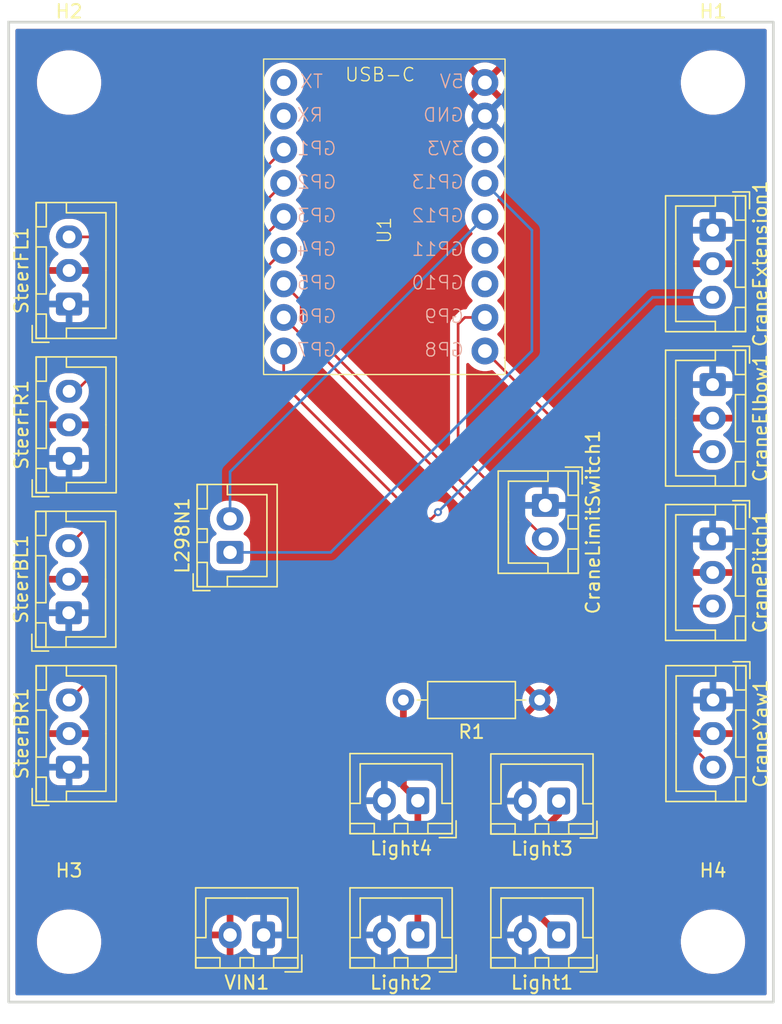
<source format=kicad_pcb>
(kicad_pcb (version 20241229) (generator "pcbnew") (generator_version "9.0")
  (layers (0 "F.Cu" signal) (2 "B.Cu" signal) (13 "F.Paste" user) (15 "B.Paste" user) (5 "F.SilkS" user "F.Silkscreen") (7 "B.SilkS" user "B.Silkscreen") (1 "F.Mask" user) (3 "B.Mask" user) (25 "Edge.Cuts" user))
  (net 0 "")
  (net 1 "+5V")
  (net 2 "GND")
  (net 3 "Signal_Steer_Servo_Front_Left")
  (net 4 "Signal_Steer_Servo_Front_Right")
  (net 5 "Signal_Steer_Servo_Back_Left")
  (net 6 "Signal_Steer_Servo_Back_Right")
  (net 7 "L298N_IN2")
  (net 8 "L298N_IN1")
  (net 9 "Crane_Servo_Elbow")
  (net 10 "Crane_Servo_Extension")
  (net 11 "Crane_Servo_Yaw")
  (net 12 "Crane_Servo_Pitch")
  (net 13 "Crane_Limit_Switch")
  (net 17 "Net-(Light1-Pin_1)")
  (footprint "Connector_JST:JST_XH_B2B-XH-A_1x02_P2.50mm_Vertical" (layer "F.Cu") (at 136.5 125 180)
    (property "Reference" "VIN1" (at 1.25 -3.55 0) (layer "F.SilkS"))
    (property "Value" "VIN")
    (fp_line (start 5.06 3.51) (end 5.06 -2.46) (stroke (width 0.12)) (layer "F.SilkS"))
    (fp_line (start 5.06 -2.46) (end -2.56 -2.46) (stroke (width 0.12)) (layer "F.SilkS"))
    (fp_line (start 5.05 -0.2) (end 4.3 -0.2) (stroke (width 0.12)) (layer "F.SilkS"))
    (fp_line (start 5.05 -1.7) (end 5.05 -2.45) (stroke (width 0.12)) (layer "F.SilkS"))
    (fp_line (start 5.05 -2.45) (end 3.25 -2.45) (stroke (width 0.12)) (layer "F.SilkS"))
    (fp_line (start 4.3 2.75) (end 1.25 2.75) (stroke (width 0.12)) (layer "F.SilkS"))
    (fp_line (start 4.3 -0.2) (end 4.3 2.75) (stroke (width 0.12)) (layer "F.SilkS"))
    (fp_line (start 3.25 -1.7) (end 5.05 -1.7) (stroke (width 0.12)) (layer "F.SilkS"))
    (fp_line (start 3.25 -2.45) (end 3.25 -1.7) (stroke (width 0.12)) (layer "F.SilkS"))
    (fp_line (start 1.75 -1.7) (end 1.75 -2.45) (stroke (width 0.12)) (layer "F.SilkS"))
    (fp_line (start 1.75 -2.45) (end 0.75 -2.45) (stroke (width 0.12)) (layer "F.SilkS"))
    (fp_line (start 0.75 -1.7) (end 1.75 -1.7) (stroke (width 0.12)) (layer "F.SilkS"))
    (fp_line (start 0.75 -2.45) (end 0.75 -1.7) (stroke (width 0.12)) (layer "F.SilkS"))
    (fp_line (start -0.75 -1.7) (end -0.75 -2.45) (stroke (width 0.12)) (layer "F.SilkS"))
    (fp_line (start -0.75 -2.45) (end -2.55 -2.45) (stroke (width 0.12)) (layer "F.SilkS"))
    (fp_line (start -1.6 -2.75) (end -2.85 -2.75) (stroke (width 0.12)) (layer "F.SilkS"))
    (fp_line (start -1.8 2.75) (end 1.25 2.75) (stroke (width 0.12)) (layer "F.SilkS"))
    (fp_line (start -1.8 -0.2) (end -1.8 2.75) (stroke (width 0.12)) (layer "F.SilkS"))
    (fp_line (start -2.55 -0.2) (end -1.8 -0.2) (stroke (width 0.12)) (layer "F.SilkS"))
    (fp_line (start -2.55 -1.7) (end -0.75 -1.7) (stroke (width 0.12)) (layer "F.SilkS"))
    (fp_line (start -2.55 -2.45) (end -2.55 -1.7) (stroke (width 0.12)) (layer "F.SilkS"))
    (fp_line (start -2.56 3.51) (end 5.06 3.51) (stroke (width 0.12)) (layer "F.SilkS"))
    (fp_line (start -2.56 -2.46) (end -2.56 3.51) (stroke (width 0.12)) (layer "F.SilkS"))
    (fp_line (start -2.85 -2.75) (end -2.85 -1.5) (stroke (width 0.12)) (layer "F.SilkS"))
    (pad "1" thru_hole roundrect (at 0 0 180) (size 1.7 2) (drill 1) (layers "*.Cu" "*.Mask") (roundrect_rratio 0.147059) (net 2 "GND"))
    (pad "2" thru_hole oval (at 2.5 0 180) (size 1.7 2) (drill 1) (layers "*.Cu" "*.Mask") (net 1 "+5V"))
  )
  (footprint "Connector_JST:JST_XH_B3B-XH-A_1x03_P2.50mm_Vertical" (layer "F.Cu") (at 122 78 90)
    (property "Reference" "SteerFL1" (at 2.5 -3.55 90) (layer "F.SilkS"))
    (property "Value" "Steer Servo Front Left")
    (fp_line (start -1.6 -2.75) (end -2.85 -2.75) (stroke (width 0.12)) (layer "F.SilkS"))
    (fp_line (start -2.85 -2.75) (end -2.85 -1.5) (stroke (width 0.12)) (layer "F.SilkS"))
    (fp_line (start 7.56 -2.46) (end -2.56 -2.46) (stroke (width 0.12)) (layer "F.SilkS"))
    (fp_line (start -2.56 -2.46) (end -2.56 3.51) (stroke (width 0.12)) (layer "F.SilkS"))
    (fp_line (start 7.55 -2.45) (end 5.75 -2.45) (stroke (width 0.12)) (layer "F.SilkS"))
    (fp_line (start 5.75 -2.45) (end 5.75 -1.7) (stroke (width 0.12)) (layer "F.SilkS"))
    (fp_line (start 4.25 -2.45) (end 0.75 -2.45) (stroke (width 0.12)) (layer "F.SilkS"))
    (fp_line (start 0.75 -2.45) (end 0.75 -1.7) (stroke (width 0.12)) (layer "F.SilkS"))
    (fp_line (start -0.75 -2.45) (end -2.55 -2.45) (stroke (width 0.12)) (layer "F.SilkS"))
    (fp_line (start -2.55 -2.45) (end -2.55 -1.7) (stroke (width 0.12)) (layer "F.SilkS"))
    (fp_line (start 7.55 -1.7) (end 7.55 -2.45) (stroke (width 0.12)) (layer "F.SilkS"))
    (fp_line (start 5.75 -1.7) (end 7.55 -1.7) (stroke (width 0.12)) (layer "F.SilkS"))
    (fp_line (start 4.25 -1.7) (end 4.25 -2.45) (stroke (width 0.12)) (layer "F.SilkS"))
    (fp_line (start 0.75 -1.7) (end 4.25 -1.7) (stroke (width 0.12)) (layer "F.SilkS"))
    (fp_line (start -0.75 -1.7) (end -0.75 -2.45) (stroke (width 0.12)) (layer "F.SilkS"))
    (fp_line (start -2.55 -1.7) (end -0.75 -1.7) (stroke (width 0.12)) (layer "F.SilkS"))
    (fp_line (start 7.55 -0.2) (end 6.8 -0.2) (stroke (width 0.12)) (layer "F.SilkS"))
    (fp_line (start 6.8 -0.2) (end 6.8 2.75) (stroke (width 0.12)) (layer "F.SilkS"))
    (fp_line (start -1.8 -0.2) (end -1.8 2.75) (stroke (width 0.12)) (layer "F.SilkS"))
    (fp_line (start -2.55 -0.2) (end -1.8 -0.2) (stroke (width 0.12)) (layer "F.SilkS"))
    (fp_line (start 6.8 2.75) (end 2.5 2.75) (stroke (width 0.12)) (layer "F.SilkS"))
    (fp_line (start -1.8 2.75) (end 2.5 2.75) (stroke (width 0.12)) (layer "F.SilkS"))
    (fp_line (start 7.56 3.51) (end 7.56 -2.46) (stroke (width 0.12)) (layer "F.SilkS"))
    (fp_line (start -2.56 3.51) (end 7.56 3.51) (stroke (width 0.12)) (layer "F.SilkS"))
    (pad "1" thru_hole roundrect (at 0 0 90) (size 1.7 1.95) (drill 0.95) (layers "*.Cu" "*.Mask") (roundrect_rratio 0.147059) (net 2 "GND"))
    (pad "2" thru_hole oval (at 2.5 0 90) (size 1.7 1.95) (drill 0.95) (layers "*.Cu" "*.Mask") (net 1 "+5V"))
    (pad "3" thru_hole oval (at 5 0 90) (size 1.7 1.95) (drill 0.95) (layers "*.Cu" "*.Mask") (net 3 "Signal_Steer_Servo_Front_Left"))
  )
  (footprint "Connector_JST:JST_XH_B2B-XH-A_1x02_P2.50mm_Vertical" (layer "F.Cu") (at 148 115 180)
    (property "Reference" "Light4" (at 1.25 -3.55 0) (layer "F.SilkS"))
    (property "Value" "Light_4")
    (fp_line (start 5.06 3.51) (end 5.06 -2.46) (stroke (width 0.12)) (layer "F.SilkS"))
    (fp_line (start 5.06 -2.46) (end -2.56 -2.46) (stroke (width 0.12)) (layer "F.SilkS"))
    (fp_line (start 5.05 -0.2) (end 4.3 -0.2) (stroke (width 0.12)) (layer "F.SilkS"))
    (fp_line (start 5.05 -1.7) (end 5.05 -2.45) (stroke (width 0.12)) (layer "F.SilkS"))
    (fp_line (start 5.05 -2.45) (end 3.25 -2.45) (stroke (width 0.12)) (layer "F.SilkS"))
    (fp_line (start 4.3 2.75) (end 1.25 2.75) (stroke (width 0.12)) (layer "F.SilkS"))
    (fp_line (start 4.3 -0.2) (end 4.3 2.75) (stroke (width 0.12)) (layer "F.SilkS"))
    (fp_line (start 3.25 -1.7) (end 5.05 -1.7) (stroke (width 0.12)) (layer "F.SilkS"))
    (fp_line (start 3.25 -2.45) (end 3.25 -1.7) (stroke (width 0.12)) (layer "F.SilkS"))
    (fp_line (start 1.75 -1.7) (end 1.75 -2.45) (stroke (width 0.12)) (layer "F.SilkS"))
    (fp_line (start 1.75 -2.45) (end 0.75 -2.45) (stroke (width 0.12)) (layer "F.SilkS"))
    (fp_line (start 0.75 -1.7) (end 1.75 -1.7) (stroke (width 0.12)) (layer "F.SilkS"))
    (fp_line (start 0.75 -2.45) (end 0.75 -1.7) (stroke (width 0.12)) (layer "F.SilkS"))
    (fp_line (start -0.75 -1.7) (end -0.75 -2.45) (stroke (width 0.12)) (layer "F.SilkS"))
    (fp_line (start -0.75 -2.45) (end -2.55 -2.45) (stroke (width 0.12)) (layer "F.SilkS"))
    (fp_line (start -1.6 -2.75) (end -2.85 -2.75) (stroke (width 0.12)) (layer "F.SilkS"))
    (fp_line (start -1.8 2.75) (end 1.25 2.75) (stroke (width 0.12)) (layer "F.SilkS"))
    (fp_line (start -1.8 -0.2) (end -1.8 2.75) (stroke (width 0.12)) (layer "F.SilkS"))
    (fp_line (start -2.55 -0.2) (end -1.8 -0.2) (stroke (width 0.12)) (layer "F.SilkS"))
    (fp_line (start -2.55 -1.7) (end -0.75 -1.7) (stroke (width 0.12)) (layer "F.SilkS"))
    (fp_line (start -2.55 -2.45) (end -2.55 -1.7) (stroke (width 0.12)) (layer "F.SilkS"))
    (fp_line (start -2.56 3.51) (end 5.06 3.51) (stroke (width 0.12)) (layer "F.SilkS"))
    (fp_line (start -2.56 -2.46) (end -2.56 3.51) (stroke (width 0.12)) (layer "F.SilkS"))
    (fp_line (start -2.85 -2.75) (end -2.85 -1.5) (stroke (width 0.12)) (layer "F.SilkS"))
    (pad "1" thru_hole roundrect (at 0 0 180) (size 1.7 2) (drill 1) (layers "*.Cu" "*.Mask") (roundrect_rratio 0.147059) (net 17 "Net-(Light1-Pin_1)"))
    (pad "2" thru_hole oval (at 2.5 0 180) (size 1.7 2) (drill 1) (layers "*.Cu" "*.Mask") (net 2 "GND"))
  )
  (footprint "MountingHole:MountingHole_4.3mm_M4" (layer "F.Cu") (at 122 61.5)
    (property "Reference" "H2" (at 0 -5.3 0) (layer "F.SilkS"))
    (property "Value" "MountingHole")
    (pad "" np_thru_hole circle (at 0 0) (size 4.3 4.3) (drill 4.3) (layers "*.Cu" "*.Mask"))
  )
  (footprint "1-5 scale boards:ESP32-S3-SUPERMINI" (layer "F.Cu") (at 145.5 71.5)
    (property "Reference" "U1" (at 0 1 90) (layer "F.SilkS") (effects (font (thickness 0.1))))
    (property "Value" "~")
    (fp_rect (start -9 -11.75) (end 9 11.75) (stroke (width 0.1)) (fill no) (layer "F.SilkS"))
    (fp_text user "USB-C" (at -3 -10 0) (layer "F.SilkS") (effects (font (thickness 0.1)) (justify left bottom)))
    (fp_text user "GP10" (at 6 5.5 0) (layer "B.SilkS") (effects (font (thickness 0.1)) (justify left bottom mirror)))
    (fp_text user "GP2" (at -3.5 -2 0) (layer "B.SilkS") (effects (font (thickness 0.1)) (justify left bottom mirror)))
    (fp_text user "GP1" (at -3.5 -4.5 0) (layer "B.SilkS") (effects (font (thickness 0.1)) (justify left bottom mirror)))
    (fp_text user "GP6" (at -3.5 8 0) (layer "B.SilkS") (effects (font (thickness 0.1)) (justify left bottom mirror)))
    (fp_text user "TX" (at -4.5 -9.5 0) (layer "B.SilkS") (effects (font (thickness 0.1)) (justify left bottom mirror)))
    (fp_text user "GP11" (at 6 3 0) (layer "B.SilkS") (effects (font (thickness 0.1)) (justify left bottom mirror)))
    (fp_text user "GP13" (at 6 -2 0) (layer "B.SilkS") (effects (font (thickness 0.1)) (justify left bottom mirror)))
    (fp_text user "GP5" (at -3.5 5.5 0) (layer "B.SilkS") (effects (font (thickness 0.1)) (justify left bottom mirror)))
    (fp_text user "GP7" (at -3.5 10.5 0) (layer "B.SilkS") (effects (font (thickness 0.1)) (justify left bottom mirror)))
    (fp_text user "5V" (at 6 -9.5 0) (layer "B.SilkS") (effects (font (thickness 0.1)) (justify left bottom mirror)))
    (fp_text user "GP8" (at 6 10.5 0) (layer "B.SilkS") (effects (font (thickness 0.1)) (justify left bottom mirror)))
    (fp_text user "GP3" (at -3.5 0.5 0) (layer "B.SilkS") (effects (font (thickness 0.1)) (justify left bottom mirror)))
    (fp_text user "GND" (at 6 -7 0) (layer "B.SilkS") (effects (font (thickness 0.1)) (justify left bottom mirror)))
    (fp_text user "GP9" (at 6 8 0) (layer "B.SilkS") (effects (font (thickness 0.1)) (justify left bottom mirror)))
    (fp_text user "GP12" (at 6 0.5 0) (layer "B.SilkS") (effects (font (thickness 0.1)) (justify left bottom mirror)))
    (fp_text user "GP4" (at -3.5 3 0) (layer "B.SilkS") (effects (font (thickness 0.1)) (justify left bottom mirror)))
    (fp_text user "3V3" (at 6 -4.5 0) (layer "B.SilkS") (effects (font (thickness 0.1)) (justify left bottom mirror)))
    (fp_text user "RX" (at -4.5 -7 0) (layer "B.SilkS") (effects (font (thickness 0.1)) (justify left bottom mirror)))
    (pad "1" thru_hole circle (at -7.5 -5) (size 2 2) (drill 1.02) (layers "*.Cu" "*.Mask") (net 3 "Signal_Steer_Servo_Front_Left"))
    (pad "2" thru_hole circle (at -7.5 -2.5) (size 2 2) (drill 1.02) (layers "*.Cu" "*.Mask") (net 4 "Signal_Steer_Servo_Front_Right"))
    (pad "3" thru_hole circle (at -7.5 0) (size 2 2) (drill 1.02) (layers "*.Cu" "*.Mask") (net 5 "Signal_Steer_Servo_Back_Left"))
    (pad "4" thru_hole circle (at -7.5 2.5) (size 2 2) (drill 1.02) (layers "*.Cu" "*.Mask") (net 6 "Signal_Steer_Servo_Back_Right"))
    (pad "5" thru_hole circle (at -7.5 5) (size 2 2) (drill 1.02) (layers "*.Cu" "*.Mask") (net 12 "Crane_Servo_Pitch"))
    (pad "6" thru_hole circle (at -7.5 7.5) (size 2 2) (drill 1.02) (layers "*.Cu" "*.Mask") (net 11 "Crane_Servo_Yaw"))
    (pad "7" thru_hole circle (at -7.5 10) (size 2 2) (drill 1.02) (layers "*.Cu" "*.Mask") (net 10 "Crane_Servo_Extension"))
    (pad "8" thru_hole circle (at 7.5 10) (size 2 2) (drill 1.02) (layers "*.Cu" "*.Mask") (net 9 "Crane_Servo_Elbow"))
    (pad "9" thru_hole circle (at 7.5 7.5) (size 2 2) (drill 1.02) (layers "*.Cu" "*.Mask") (net 13 "Crane_Limit_Switch"))
    (pad "10" thru_hole circle (at 7.5 5) (size 2 2) (drill 1.02) (layers "*.Cu" "*.Mask"))
    (pad "11" thru_hole circle (at 7.5 2.5) (size 2 2) (drill 1.02) (layers "*.Cu" "*.Mask"))
    (pad "12" thru_hole circle (at 7.5 0) (size 2 2) (drill 1.02) (layers "*.Cu" "*.Mask") (net 7 "L298N_IN2"))
    (pad "13" thru_hole circle (at 7.5 -2.5) (size 2 2) (drill 1.02) (layers "*.Cu" "*.Mask") (net 8 "L298N_IN1"))
    (pad "14" thru_hole circle (at 7.5 -5) (size 2 2) (drill 1.02) (layers "*.Cu" "*.Mask"))
    (pad "15" thru_hole circle (at 7.5 -7.5) (size 2 2) (drill 1.02) (layers "*.Cu" "*.Mask") (net 2 "GND"))
    (pad "16" thru_hole circle (at 7.5 -10) (size 2 2) (drill 1.02) (layers "*.Cu" "*.Mask") (net 1 "+5V"))
    (pad "17" thru_hole circle (at -7.5 -10) (size 2 2) (drill 1.02) (layers "*.Cu" "*.Mask"))
    (pad "18" thru_hole circle (at -7.5 -7.5) (size 2 2) (drill 1.02) (layers "*.Cu" "*.Mask"))
  )
  (footprint "Connector_JST:JST_XH_B2B-XH-A_1x02_P2.50mm_Vertical" (layer "F.Cu") (at 157.5 93 -90)
    (property "Reference" "CraneLimitSwitch1" (at 1.25 -3.55 90) (layer "F.SilkS"))
    (property "Value" "Crane Limit Switch")
    (fp_line (start -2.56 3.51) (end 5.06 3.51) (stroke (width 0.12)) (layer "F.SilkS"))
    (fp_line (start 5.06 3.51) (end 5.06 -2.46) (stroke (width 0.12)) (layer "F.SilkS"))
    (fp_line (start -1.8 2.75) (end 1.25 2.75) (stroke (width 0.12)) (layer "F.SilkS"))
    (fp_line (start 4.3 2.75) (end 1.25 2.75) (stroke (width 0.12)) (layer "F.SilkS"))
    (fp_line (start -2.55 -0.2) (end -1.8 -0.2) (stroke (width 0.12)) (layer "F.SilkS"))
    (fp_line (start -1.8 -0.2) (end -1.8 2.75) (stroke (width 0.12)) (layer "F.SilkS"))
    (fp_line (start 4.3 -0.2) (end 4.3 2.75) (stroke (width 0.12)) (layer "F.SilkS"))
    (fp_line (start 5.05 -0.2) (end 4.3 -0.2) (stroke (width 0.12)) (layer "F.SilkS"))
    (fp_line (start -2.55 -1.7) (end -0.75 -1.7) (stroke (width 0.12)) (layer "F.SilkS"))
    (fp_line (start -0.75 -1.7) (end -0.75 -2.45) (stroke (width 0.12)) (layer "F.SilkS"))
    (fp_line (start 0.75 -1.7) (end 1.75 -1.7) (stroke (width 0.12)) (layer "F.SilkS"))
    (fp_line (start 1.75 -1.7) (end 1.75 -2.45) (stroke (width 0.12)) (layer "F.SilkS"))
    (fp_line (start 3.25 -1.7) (end 5.05 -1.7) (stroke (width 0.12)) (layer "F.SilkS"))
    (fp_line (start 5.05 -1.7) (end 5.05 -2.45) (stroke (width 0.12)) (layer "F.SilkS"))
    (fp_line (start -2.55 -2.45) (end -2.55 -1.7) (stroke (width 0.12)) (layer "F.SilkS"))
    (fp_line (start -0.75 -2.45) (end -2.55 -2.45) (stroke (width 0.12)) (layer "F.SilkS"))
    (fp_line (start 0.75 -2.45) (end 0.75 -1.7) (stroke (width 0.12)) (layer "F.SilkS"))
    (fp_line (start 1.75 -2.45) (end 0.75 -2.45) (stroke (width 0.12)) (layer "F.SilkS"))
    (fp_line (start 3.25 -2.45) (end 3.25 -1.7) (stroke (width 0.12)) (layer "F.SilkS"))
    (fp_line (start 5.05 -2.45) (end 3.25 -2.45) (stroke (width 0.12)) (layer "F.SilkS"))
    (fp_line (start -2.56 -2.46) (end -2.56 3.51) (stroke (width 0.12)) (layer "F.SilkS"))
    (fp_line (start 5.06 -2.46) (end -2.56 -2.46) (stroke (width 0.12)) (layer "F.SilkS"))
    (fp_line (start -2.85 -2.75) (end -2.85 -1.5) (stroke (width 0.12)) (layer "F.SilkS"))
    (fp_line (start -1.6 -2.75) (end -2.85 -2.75) (stroke (width 0.12)) (layer "F.SilkS"))
    (pad "1" thru_hole roundrect (at 0 0 270) (size 1.7 2) (drill 1) (layers "*.Cu" "*.Mask") (roundrect_rratio 0.147059) (net 2 "GND"))
    (pad "2" thru_hole oval (at 2.5 0 270) (size 1.7 2) (drill 1) (layers "*.Cu" "*.Mask") (net 13 "Crane_Limit_Switch"))
  )
  (footprint "Connector_JST:JST_XH_B3B-XH-A_1x03_P2.50mm_Vertical" (layer "F.Cu") (at 169.975 95.5 -90)
    (property "Reference" "CranePitch1" (at 2.5 -3.55 90) (layer "F.SilkS"))
    (property "Value" "Crane Servo Pitch")
    (fp_line (start -2.56 3.51) (end 7.56 3.51) (stroke (width 0.12)) (layer "F.SilkS"))
    (fp_line (start 7.56 3.51) (end 7.56 -2.46) (stroke (width 0.12)) (layer "F.SilkS"))
    (fp_line (start -1.8 2.75) (end 2.5 2.75) (stroke (width 0.12)) (layer "F.SilkS"))
    (fp_line (start 6.8 2.75) (end 2.5 2.75) (stroke (width 0.12)) (layer "F.SilkS"))
    (fp_line (start -2.55 -0.2) (end -1.8 -0.2) (stroke (width 0.12)) (layer "F.SilkS"))
    (fp_line (start -1.8 -0.2) (end -1.8 2.75) (stroke (width 0.12)) (layer "F.SilkS"))
    (fp_line (start 6.8 -0.2) (end 6.8 2.75) (stroke (width 0.12)) (layer "F.SilkS"))
    (fp_line (start 7.55 -0.2) (end 6.8 -0.2) (stroke (width 0.12)) (layer "F.SilkS"))
    (fp_line (start -2.55 -1.7) (end -0.75 -1.7) (stroke (width 0.12)) (layer "F.SilkS"))
    (fp_line (start -0.75 -1.7) (end -0.75 -2.45) (stroke (width 0.12)) (layer "F.SilkS"))
    (fp_line (start 0.75 -1.7) (end 4.25 -1.7) (stroke (width 0.12)) (layer "F.SilkS"))
    (fp_line (start 4.25 -1.7) (end 4.25 -2.45) (stroke (width 0.12)) (layer "F.SilkS"))
    (fp_line (start 5.75 -1.7) (end 7.55 -1.7) (stroke (width 0.12)) (layer "F.SilkS"))
    (fp_line (start 7.55 -1.7) (end 7.55 -2.45) (stroke (width 0.12)) (layer "F.SilkS"))
    (fp_line (start -2.55 -2.45) (end -2.55 -1.7) (stroke (width 0.12)) (layer "F.SilkS"))
    (fp_line (start -0.75 -2.45) (end -2.55 -2.45) (stroke (width 0.12)) (layer "F.SilkS"))
    (fp_line (start 0.75 -2.45) (end 0.75 -1.7) (stroke (width 0.12)) (layer "F.SilkS"))
    (fp_line (start 4.25 -2.45) (end 0.75 -2.45) (stroke (width 0.12)) (layer "F.SilkS"))
    (fp_line (start 5.75 -2.45) (end 5.75 -1.7) (stroke (width 0.12)) (layer "F.SilkS"))
    (fp_line (start 7.55 -2.45) (end 5.75 -2.45) (stroke (width 0.12)) (layer "F.SilkS"))
    (fp_line (start -2.56 -2.46) (end -2.56 3.51) (stroke (width 0.12)) (layer "F.SilkS"))
    (fp_line (start 7.56 -2.46) (end -2.56 -2.46) (stroke (width 0.12)) (layer "F.SilkS"))
    (fp_line (start -2.85 -2.75) (end -2.85 -1.5) (stroke (width 0.12)) (layer "F.SilkS"))
    (fp_line (start -1.6 -2.75) (end -2.85 -2.75) (stroke (width 0.12)) (layer "F.SilkS"))
    (pad "1" thru_hole roundrect (at 0 0 270) (size 1.7 1.95) (drill 0.95) (layers "*.Cu" "*.Mask") (roundrect_rratio 0.147059) (net 2 "GND"))
    (pad "2" thru_hole oval (at 2.5 0 270) (size 1.7 1.95) (drill 0.95) (layers "*.Cu" "*.Mask") (net 1 "+5V"))
    (pad "3" thru_hole oval (at 5 0 270) (size 1.7 1.95) (drill 0.95) (layers "*.Cu" "*.Mask") (net 12 "Crane_Servo_Pitch"))
  )
  (footprint "Resistor_THT:R_Axial_DIN0207_L6.3mm_D2.5mm_P10.16mm_Horizontal" (layer "F.Cu") (at 157.08 107.5 180)
    (property "Reference" "R1" (at 5.08 -2.37 0) (layer "F.SilkS"))
    (property "Value" "R")
    (fp_line (start 9.12 0) (end 8.35 0) (stroke (width 0.12)) (layer "F.SilkS"))
    (fp_line (start 8.35 1.37) (end 8.35 -1.37) (stroke (width 0.12)) (layer "F.SilkS"))
    (fp_line (start 8.35 -1.37) (end 1.81 -1.37) (stroke (width 0.12)) (layer "F.SilkS"))
    (fp_line (start 1.81 1.37) (end 8.35 1.37) (stroke (width 0.12)) (layer "F.SilkS"))
    (fp_line (start 1.81 -1.37) (end 1.81 1.37) (stroke (width 0.12)) (layer "F.SilkS"))
    (fp_line (start 1.04 0) (end 1.81 0) (stroke (width 0.12)) (layer "F.SilkS"))
    (pad "1" thru_hole circle (at 0 0 180) (size 1.6 1.6) (drill 0.8) (layers "*.Cu" "*.Mask") (net 1 "+5V"))
    (pad "2" thru_hole oval (at 10.16 0 180) (size 1.6 1.6) (drill 0.8) (layers "*.Cu" "*.Mask") (net 17 "Net-(Light1-Pin_1)"))
  )
  (footprint "Connector_JST:JST_XH_B2B-XH-A_1x02_P2.50mm_Vertical" (layer "F.Cu") (at 148 125 180)
    (property "Reference" "Light2" (at 1.25 -3.55 0) (layer "F.SilkS"))
    (property "Value" "Light_2")
    (fp_line (start 5.06 3.51) (end 5.06 -2.46) (stroke (width 0.12)) (layer "F.SilkS"))
    (fp_line (start 5.06 -2.46) (end -2.56 -2.46) (stroke (width 0.12)) (layer "F.SilkS"))
    (fp_line (start 5.05 -0.2) (end 4.3 -0.2) (stroke (width 0.12)) (layer "F.SilkS"))
    (fp_line (start 5.05 -1.7) (end 5.05 -2.45) (stroke (width 0.12)) (layer "F.SilkS"))
    (fp_line (start 5.05 -2.45) (end 3.25 -2.45) (stroke (width 0.12)) (layer "F.SilkS"))
    (fp_line (start 4.3 2.75) (end 1.25 2.75) (stroke (width 0.12)) (layer "F.SilkS"))
    (fp_line (start 4.3 -0.2) (end 4.3 2.75) (stroke (width 0.12)) (layer "F.SilkS"))
    (fp_line (start 3.25 -1.7) (end 5.05 -1.7) (stroke (width 0.12)) (layer "F.SilkS"))
    (fp_line (start 3.25 -2.45) (end 3.25 -1.7) (stroke (width 0.12)) (layer "F.SilkS"))
    (fp_line (start 1.75 -1.7) (end 1.75 -2.45) (stroke (width 0.12)) (layer "F.SilkS"))
    (fp_line (start 1.75 -2.45) (end 0.75 -2.45) (stroke (width 0.12)) (layer "F.SilkS"))
    (fp_line (start 0.75 -1.7) (end 1.75 -1.7) (stroke (width 0.12)) (layer "F.SilkS"))
    (fp_line (start 0.75 -2.45) (end 0.75 -1.7) (stroke (width 0.12)) (layer "F.SilkS"))
    (fp_line (start -0.75 -1.7) (end -0.75 -2.45) (stroke (width 0.12)) (layer "F.SilkS"))
    (fp_line (start -0.75 -2.45) (end -2.55 -2.45) (stroke (width 0.12)) (layer "F.SilkS"))
    (fp_line (start -1.6 -2.75) (end -2.85 -2.75) (stroke (width 0.12)) (layer "F.SilkS"))
    (fp_line (start -1.8 2.75) (end 1.25 2.75) (stroke (width 0.12)) (layer "F.SilkS"))
    (fp_line (start -1.8 -0.2) (end -1.8 2.75) (stroke (width 0.12)) (layer "F.SilkS"))
    (fp_line (start -2.55 -0.2) (end -1.8 -0.2) (stroke (width 0.12)) (layer "F.SilkS"))
    (fp_line (start -2.55 -1.7) (end -0.75 -1.7) (stroke (width 0.12)) (layer "F.SilkS"))
    (fp_line (start -2.55 -2.45) (end -2.55 -1.7) (stroke (width 0.12)) (layer "F.SilkS"))
    (fp_line (start -2.56 3.51) (end 5.06 3.51) (stroke (width 0.12)) (layer "F.SilkS"))
    (fp_line (start -2.56 -2.46) (end -2.56 3.51) (stroke (width 0.12)) (layer "F.SilkS"))
    (fp_line (start -2.85 -2.75) (end -2.85 -1.5) (stroke (width 0.12)) (layer "F.SilkS"))
    (pad "1" thru_hole roundrect (at 0 0 180) (size 1.7 2) (drill 1) (layers "*.Cu" "*.Mask") (roundrect_rratio 0.147059) (net 17 "Net-(Light1-Pin_1)"))
    (pad "2" thru_hole oval (at 2.5 0 180) (size 1.7 2) (drill 1) (layers "*.Cu" "*.Mask") (net 2 "GND"))
  )
  (footprint "Connector_JST:JST_XH_B3B-XH-A_1x03_P2.50mm_Vertical" (layer "F.Cu") (at 122 89.5 90)
    (property "Reference" "SteerFR1" (at 2.5 -3.55 90) (layer "F.SilkS"))
    (property "Value" "Steer Servo Front Right")
    (fp_line (start -1.6 -2.75) (end -2.85 -2.75) (stroke (width 0.12)) (layer "F.SilkS"))
    (fp_line (start -2.85 -2.75) (end -2.85 -1.5) (stroke (width 0.12)) (layer "F.SilkS"))
    (fp_line (start 7.56 -2.46) (end -2.56 -2.46) (stroke (width 0.12)) (layer "F.SilkS"))
    (fp_line (start -2.56 -2.46) (end -2.56 3.51) (stroke (width 0.12)) (layer "F.SilkS"))
    (fp_line (start 7.55 -2.45) (end 5.75 -2.45) (stroke (width 0.12)) (layer "F.SilkS"))
    (fp_line (start 5.75 -2.45) (end 5.75 -1.7) (stroke (width 0.12)) (layer "F.SilkS"))
    (fp_line (start 4.25 -2.45) (end 0.75 -2.45) (stroke (width 0.12)) (layer "F.SilkS"))
    (fp_line (start 0.75 -2.45) (end 0.75 -1.7) (stroke (width 0.12)) (layer "F.SilkS"))
    (fp_line (start -0.75 -2.45) (end -2.55 -2.45) (stroke (width 0.12)) (layer "F.SilkS"))
    (fp_line (start -2.55 -2.45) (end -2.55 -1.7) (stroke (width 0.12)) (layer "F.SilkS"))
    (fp_line (start 7.55 -1.7) (end 7.55 -2.45) (stroke (width 0.12)) (layer "F.SilkS"))
    (fp_line (start 5.75 -1.7) (end 7.55 -1.7) (stroke (width 0.12)) (layer "F.SilkS"))
    (fp_line (start 4.25 -1.7) (end 4.25 -2.45) (stroke (width 0.12)) (layer "F.SilkS"))
    (fp_line (start 0.75 -1.7) (end 4.25 -1.7) (stroke (width 0.12)) (layer "F.SilkS"))
    (fp_line (start -0.75 -1.7) (end -0.75 -2.45) (stroke (width 0.12)) (layer "F.SilkS"))
    (fp_line (start -2.55 -1.7) (end -0.75 -1.7) (stroke (width 0.12)) (layer "F.SilkS"))
    (fp_line (start 7.55 -0.2) (end 6.8 -0.2) (stroke (width 0.12)) (layer "F.SilkS"))
    (fp_line (start 6.8 -0.2) (end 6.8 2.75) (stroke (width 0.12)) (layer "F.SilkS"))
    (fp_line (start -1.8 -0.2) (end -1.8 2.75) (stroke (width 0.12)) (layer "F.SilkS"))
    (fp_line (start -2.55 -0.2) (end -1.8 -0.2) (stroke (width 0.12)) (layer "F.SilkS"))
    (fp_line (start 6.8 2.75) (end 2.5 2.75) (stroke (width 0.12)) (layer "F.SilkS"))
    (fp_line (start -1.8 2.75) (end 2.5 2.75) (stroke (width 0.12)) (layer "F.SilkS"))
    (fp_line (start 7.56 3.51) (end 7.56 -2.46) (stroke (width 0.12)) (layer "F.SilkS"))
    (fp_line (start -2.56 3.51) (end 7.56 3.51) (stroke (width 0.12)) (layer "F.SilkS"))
    (pad "1" thru_hole roundrect (at 0 0 90) (size 1.7 1.95) (drill 0.95) (layers "*.Cu" "*.Mask") (roundrect_rratio 0.147059) (net 2 "GND"))
    (pad "2" thru_hole oval (at 2.5 0 90) (size 1.7 1.95) (drill 0.95) (layers "*.Cu" "*.Mask") (net 1 "+5V"))
    (pad "3" thru_hole oval (at 5 0 90) (size 1.7 1.95) (drill 0.95) (layers "*.Cu" "*.Mask") (net 4 "Signal_Steer_Servo_Front_Right"))
  )
  (footprint "MountingHole:MountingHole_4.3mm_M4" (layer "F.Cu") (at 170 125.5)
    (property "Reference" "H4" (at 0 -5.3 0) (layer "F.SilkS"))
    (property "Value" "MountingHole")
    (pad "" np_thru_hole circle (at 0 0) (size 4.3 4.3) (drill 4.3) (layers "*.Cu" "*.Mask"))
  )
  (footprint "Connector_JST:JST_XH_B3B-XH-A_1x03_P2.50mm_Vertical" (layer "F.Cu") (at 170 107.5 -90)
    (property "Reference" "CraneYaw1" (at 2.5 -3.55 90) (layer "F.SilkS"))
    (property "Value" "Crane Servo Yaw")
    (fp_line (start -2.56 3.51) (end 7.56 3.51) (stroke (width 0.12)) (layer "F.SilkS"))
    (fp_line (start 7.56 3.51) (end 7.56 -2.46) (stroke (width 0.12)) (layer "F.SilkS"))
    (fp_line (start -1.8 2.75) (end 2.5 2.75) (stroke (width 0.12)) (layer "F.SilkS"))
    (fp_line (start 6.8 2.75) (end 2.5 2.75) (stroke (width 0.12)) (layer "F.SilkS"))
    (fp_line (start -2.55 -0.2) (end -1.8 -0.2) (stroke (width 0.12)) (layer "F.SilkS"))
    (fp_line (start -1.8 -0.2) (end -1.8 2.75) (stroke (width 0.12)) (layer "F.SilkS"))
    (fp_line (start 6.8 -0.2) (end 6.8 2.75) (stroke (width 0.12)) (layer "F.SilkS"))
    (fp_line (start 7.55 -0.2) (end 6.8 -0.2) (stroke (width 0.12)) (layer "F.SilkS"))
    (fp_line (start -2.55 -1.7) (end -0.75 -1.7) (stroke (width 0.12)) (layer "F.SilkS"))
    (fp_line (start -0.75 -1.7) (end -0.75 -2.45) (stroke (width 0.12)) (layer "F.SilkS"))
    (fp_line (start 0.75 -1.7) (end 4.25 -1.7) (stroke (width 0.12)) (layer "F.SilkS"))
    (fp_line (start 4.25 -1.7) (end 4.25 -2.45) (stroke (width 0.12)) (layer "F.SilkS"))
    (fp_line (start 5.75 -1.7) (end 7.55 -1.7) (stroke (width 0.12)) (layer "F.SilkS"))
    (fp_line (start 7.55 -1.7) (end 7.55 -2.45) (stroke (width 0.12)) (layer "F.SilkS"))
    (fp_line (start -2.55 -2.45) (end -2.55 -1.7) (stroke (width 0.12)) (layer "F.SilkS"))
    (fp_line (start -0.75 -2.45) (end -2.55 -2.45) (stroke (width 0.12)) (layer "F.SilkS"))
    (fp_line (start 0.75 -2.45) (end 0.75 -1.7) (stroke (width 0.12)) (layer "F.SilkS"))
    (fp_line (start 4.25 -2.45) (end 0.75 -2.45) (stroke (width 0.12)) (layer "F.SilkS"))
    (fp_line (start 5.75 -2.45) (end 5.75 -1.7) (stroke (width 0.12)) (layer "F.SilkS"))
    (fp_line (start 7.55 -2.45) (end 5.75 -2.45) (stroke (width 0.12)) (layer "F.SilkS"))
    (fp_line (start -2.56 -2.46) (end -2.56 3.51) (stroke (width 0.12)) (layer "F.SilkS"))
    (fp_line (start 7.56 -2.46) (end -2.56 -2.46) (stroke (width 0.12)) (layer "F.SilkS"))
    (fp_line (start -2.85 -2.75) (end -2.85 -1.5) (stroke (width 0.12)) (layer "F.SilkS"))
    (fp_line (start -1.6 -2.75) (end -2.85 -2.75) (stroke (width 0.12)) (layer "F.SilkS"))
    (pad "1" thru_hole roundrect (at 0 0 270) (size 1.7 1.95) (drill 0.95) (layers "*.Cu" "*.Mask") (roundrect_rratio 0.147059) (net 2 "GND"))
    (pad "2" thru_hole oval (at 2.5 0 270) (size 1.7 1.95) (drill 0.95) (layers "*.Cu" "*.Mask") (net 1 "+5V"))
    (pad "3" thru_hole oval (at 5 0 270) (size 1.7 1.95) (drill 0.95) (layers "*.Cu" "*.Mask") (net 11 "Crane_Servo_Yaw"))
  )
  (footprint "MountingHole:MountingHole_4.3mm_M4" (layer "F.Cu") (at 170 61.5)
    (property "Reference" "H1" (at 0 -5.3 0) (layer "F.SilkS"))
    (property "Value" "MountingHole")
    (pad "" np_thru_hole circle (at 0 0) (size 4.3 4.3) (drill 4.3) (layers "*.Cu" "*.Mask"))
  )
  (footprint "MountingHole:MountingHole_4.3mm_M4" (layer "F.Cu") (at 122 125.5)
    (property "Reference" "H3" (at 0 -5.3 0) (layer "F.SilkS"))
    (property "Value" "MountingHole")
    (pad "" np_thru_hole circle (at 0 0) (size 4.3 4.3) (drill 4.3) (layers "*.Cu" "*.Mask"))
  )
  (footprint "Connector_JST:JST_XH_B3B-XH-A_1x03_P2.50mm_Vertical" (layer "F.Cu") (at 122 112.5 90)
    (property "Reference" "SteerBR1" (at 2.5 -3.55 90) (layer "F.SilkS"))
    (property "Value" "Steer Servo Back Right")
    (fp_line (start -1.6 -2.75) (end -2.85 -2.75) (stroke (width 0.12)) (layer "F.SilkS"))
    (fp_line (start -2.85 -2.75) (end -2.85 -1.5) (stroke (width 0.12)) (layer "F.SilkS"))
    (fp_line (start 7.56 -2.46) (end -2.56 -2.46) (stroke (width 0.12)) (layer "F.SilkS"))
    (fp_line (start -2.56 -2.46) (end -2.56 3.51) (stroke (width 0.12)) (layer "F.SilkS"))
    (fp_line (start 7.55 -2.45) (end 5.75 -2.45) (stroke (width 0.12)) (layer "F.SilkS"))
    (fp_line (start 5.75 -2.45) (end 5.75 -1.7) (stroke (width 0.12)) (layer "F.SilkS"))
    (fp_line (start 4.25 -2.45) (end 0.75 -2.45) (stroke (width 0.12)) (layer "F.SilkS"))
    (fp_line (start 0.75 -2.45) (end 0.75 -1.7) (stroke (width 0.12)) (layer "F.SilkS"))
    (fp_line (start -0.75 -2.45) (end -2.55 -2.45) (stroke (width 0.12)) (layer "F.SilkS"))
    (fp_line (start -2.55 -2.45) (end -2.55 -1.7) (stroke (width 0.12)) (layer "F.SilkS"))
    (fp_line (start 7.55 -1.7) (end 7.55 -2.45) (stroke (width 0.12)) (layer "F.SilkS"))
    (fp_line (start 5.75 -1.7) (end 7.55 -1.7) (stroke (width 0.12)) (layer "F.SilkS"))
    (fp_line (start 4.25 -1.7) (end 4.25 -2.45) (stroke (width 0.12)) (layer "F.SilkS"))
    (fp_line (start 0.75 -1.7) (end 4.25 -1.7) (stroke (width 0.12)) (layer "F.SilkS"))
    (fp_line (start -0.75 -1.7) (end -0.75 -2.45) (stroke (width 0.12)) (layer "F.SilkS"))
    (fp_line (start -2.55 -1.7) (end -0.75 -1.7) (stroke (width 0.12)) (layer "F.SilkS"))
    (fp_line (start 7.55 -0.2) (end 6.8 -0.2) (stroke (width 0.12)) (layer "F.SilkS"))
    (fp_line (start 6.8 -0.2) (end 6.8 2.75) (stroke (width 0.12)) (layer "F.SilkS"))
    (fp_line (start -1.8 -0.2) (end -1.8 2.75) (stroke (width 0.12)) (layer "F.SilkS"))
    (fp_line (start -2.55 -0.2) (end -1.8 -0.2) (stroke (width 0.12)) (layer "F.SilkS"))
    (fp_line (start 6.8 2.75) (end 2.5 2.75) (stroke (width 0.12)) (layer "F.SilkS"))
    (fp_line (start -1.8 2.75) (end 2.5 2.75) (stroke (width 0.12)) (layer "F.SilkS"))
    (fp_line (start 7.56 3.51) (end 7.56 -2.46) (stroke (width 0.12)) (layer "F.SilkS"))
    (fp_line (start -2.56 3.51) (end 7.56 3.51) (stroke (width 0.12)) (layer "F.SilkS"))
    (pad "1" thru_hole roundrect (at 0 0 90) (size 1.7 1.95) (drill 0.95) (layers "*.Cu" "*.Mask") (roundrect_rratio 0.147059) (net 2 "GND"))
    (pad "2" thru_hole oval (at 2.5 0 90) (size 1.7 1.95) (drill 0.95) (layers "*.Cu" "*.Mask") (net 1 "+5V"))
    (pad "3" thru_hole oval (at 5 0 90) (size 1.7 1.95) (drill 0.95) (layers "*.Cu" "*.Mask") (net 6 "Signal_Steer_Servo_Back_Right"))
  )
  (footprint "Connector_JST:JST_XH_B2B-XH-A_1x02_P2.50mm_Vertical" (layer "F.Cu") (at 134 96.5 90)
    (property "Reference" "L298N1" (at 1.25 -3.55 90) (layer "F.SilkS"))
    (property "Value" "Motor Driver (L298N)")
    (fp_line (start -1.6 -2.75) (end -2.85 -2.75) (stroke (width 0.12)) (layer "F.SilkS"))
    (fp_line (start -2.85 -2.75) (end -2.85 -1.5) (stroke (width 0.12)) (layer "F.SilkS"))
    (fp_line (start 5.06 -2.46) (end -2.56 -2.46) (stroke (width 0.12)) (layer "F.SilkS"))
    (fp_line (start -2.56 -2.46) (end -2.56 3.51) (stroke (width 0.12)) (layer "F.SilkS"))
    (fp_line (start 5.05 -2.45) (end 3.25 -2.45) (stroke (width 0.12)) (layer "F.SilkS"))
    (fp_line (start 3.25 -2.45) (end 3.25 -1.7) (stroke (width 0.12)) (layer "F.SilkS"))
    (fp_line (start 1.75 -2.45) (end 0.75 -2.45) (stroke (width 0.12)) (layer "F.SilkS"))
    (fp_line (start 0.75 -2.45) (end 0.75 -1.7) (stroke (width 0.12)) (layer "F.SilkS"))
    (fp_line (start -0.75 -2.45) (end -2.55 -2.45) (stroke (width 0.12)) (layer "F.SilkS"))
    (fp_line (start -2.55 -2.45) (end -2.55 -1.7) (stroke (width 0.12)) (layer "F.SilkS"))
    (fp_line (start 5.05 -1.7) (end 5.05 -2.45) (stroke (width 0.12)) (layer "F.SilkS"))
    (fp_line (start 3.25 -1.7) (end 5.05 -1.7) (stroke (width 0.12)) (layer "F.SilkS"))
    (fp_line (start 1.75 -1.7) (end 1.75 -2.45) (stroke (width 0.12)) (layer "F.SilkS"))
    (fp_line (start 0.75 -1.7) (end 1.75 -1.7) (stroke (width 0.12)) (layer "F.SilkS"))
    (fp_line (start -0.75 -1.7) (end -0.75 -2.45) (stroke (width 0.12)) (layer "F.SilkS"))
    (fp_line (start -2.55 -1.7) (end -0.75 -1.7) (stroke (width 0.12)) (layer "F.SilkS"))
    (fp_line (start 5.05 -0.2) (end 4.3 -0.2) (stroke (width 0.12)) (layer "F.SilkS"))
    (fp_line (start 4.3 -0.2) (end 4.3 2.75) (stroke (width 0.12)) (layer "F.SilkS"))
    (fp_line (start -1.8 -0.2) (end -1.8 2.75) (stroke (width 0.12)) (layer "F.SilkS"))
    (fp_line (start -2.55 -0.2) (end -1.8 -0.2) (stroke (width 0.12)) (layer "F.SilkS"))
    (fp_line (start 4.3 2.75) (end 1.25 2.75) (stroke (width 0.12)) (layer "F.SilkS"))
    (fp_line (start -1.8 2.75) (end 1.25 2.75) (stroke (width 0.12)) (layer "F.SilkS"))
    (fp_line (start 5.06 3.51) (end 5.06 -2.46) (stroke (width 0.12)) (layer "F.SilkS"))
    (fp_line (start -2.56 3.51) (end 5.06 3.51) (stroke (width 0.12)) (layer "F.SilkS"))
    (pad "1" thru_hole roundrect (at 0 0 90) (size 1.7 2) (drill 1) (layers "*.Cu" "*.Mask") (roundrect_rratio 0.147059) (net 8 "L298N_IN1"))
    (pad "2" thru_hole oval (at 2.5 0 90) (size 1.7 2) (drill 1) (layers "*.Cu" "*.Mask") (net 7 "L298N_IN2"))
  )
  (footprint "Connector_JST:JST_XH_B2B-XH-A_1x02_P2.50mm_Vertical" (layer "F.Cu") (at 158.5 115.025 180)
    (property "Reference" "Light3" (at 1.25 -3.55 0) (layer "F.SilkS"))
    (property "Value" "Light_3")
    (fp_line (start 5.06 3.51) (end 5.06 -2.46) (stroke (width 0.12)) (layer "F.SilkS"))
    (fp_line (start 5.06 -2.46) (end -2.56 -2.46) (stroke (width 0.12)) (layer "F.SilkS"))
    (fp_line (start 5.05 -0.2) (end 4.3 -0.2) (stroke (width 0.12)) (layer "F.SilkS"))
    (fp_line (start 5.05 -1.7) (end 5.05 -2.45) (stroke (width 0.12)) (layer "F.SilkS"))
    (fp_line (start 5.05 -2.45) (end 3.25 -2.45) (stroke (width 0.12)) (layer "F.SilkS"))
    (fp_line (start 4.3 2.75) (end 1.25 2.75) (stroke (width 0.12)) (layer "F.SilkS"))
    (fp_line (start 4.3 -0.2) (end 4.3 2.75) (stroke (width 0.12)) (layer "F.SilkS"))
    (fp_line (start 3.25 -1.7) (end 5.05 -1.7) (stroke (width 0.12)) (layer "F.SilkS"))
    (fp_line (start 3.25 -2.45) (end 3.25 -1.7) (stroke (width 0.12)) (layer "F.SilkS"))
    (fp_line (start 1.75 -1.7) (end 1.75 -2.45) (stroke (width 0.12)) (layer "F.SilkS"))
    (fp_line (start 1.75 -2.45) (end 0.75 -2.45) (stroke (width 0.12)) (layer "F.SilkS"))
    (fp_line (start 0.75 -1.7) (end 1.75 -1.7) (stroke (width 0.12)) (layer "F.SilkS"))
    (fp_line (start 0.75 -2.45) (end 0.75 -1.7) (stroke (width 0.12)) (layer "F.SilkS"))
    (fp_line (start -0.75 -1.7) (end -0.75 -2.45) (stroke (width 0.12)) (layer "F.SilkS"))
    (fp_line (start -0.75 -2.45) (end -2.55 -2.45) (stroke (width 0.12)) (layer "F.SilkS"))
    (fp_line (start -1.6 -2.75) (end -2.85 -2.75) (stroke (width 0.12)) (layer "F.SilkS"))
    (fp_line (start -1.8 2.75) (end 1.25 2.75) (stroke (width 0.12)) (layer "F.SilkS"))
    (fp_line (start -1.8 -0.2) (end -1.8 2.75) (stroke (width 0.12)) (layer "F.SilkS"))
    (fp_line (start -2.55 -0.2) (end -1.8 -0.2) (stroke (width 0.12)) (layer "F.SilkS"))
    (fp_line (start -2.55 -1.7) (end -0.75 -1.7) (stroke (width 0.12)) (layer "F.SilkS"))
    (fp_line (start -2.55 -2.45) (end -2.55 -1.7) (stroke (width 0.12)) (layer "F.SilkS"))
    (fp_line (start -2.56 3.51) (end 5.06 3.51) (stroke (width 0.12)) (layer "F.SilkS"))
    (fp_line (start -2.56 -2.46) (end -2.56 3.51) (stroke (width 0.12)) (layer "F.SilkS"))
    (fp_line (start -2.85 -2.75) (end -2.85 -1.5) (stroke (width 0.12)) (layer "F.SilkS"))
    (pad "1" thru_hole roundrect (at 0 0 180) (size 1.7 2) (drill 1) (layers "*.Cu" "*.Mask") (roundrect_rratio 0.147059) (net 17 "Net-(Light1-Pin_1)"))
    (pad "2" thru_hole oval (at 2.5 0 180) (size 1.7 2) (drill 1) (layers "*.Cu" "*.Mask") (net 2 "GND"))
  )
  (footprint "Connector_JST:JST_XH_B3B-XH-A_1x03_P2.50mm_Vertical" (layer "F.Cu") (at 121.975 101 90)
    (property "Reference" "SteerBL1" (at 2.5 -3.55 90) (layer "F.SilkS"))
    (property "Value" "Steer Servo Back Left")
    (fp_line (start -1.6 -2.75) (end -2.85 -2.75) (stroke (width 0.12)) (layer "F.SilkS"))
    (fp_line (start -2.85 -2.75) (end -2.85 -1.5) (stroke (width 0.12)) (layer "F.SilkS"))
    (fp_line (start 7.56 -2.46) (end -2.56 -2.46) (stroke (width 0.12)) (layer "F.SilkS"))
    (fp_line (start -2.56 -2.46) (end -2.56 3.51) (stroke (width 0.12)) (layer "F.SilkS"))
    (fp_line (start 7.55 -2.45) (end 5.75 -2.45) (stroke (width 0.12)) (layer "F.SilkS"))
    (fp_line (start 5.75 -2.45) (end 5.75 -1.7) (stroke (width 0.12)) (layer "F.SilkS"))
    (fp_line (start 4.25 -2.45) (end 0.75 -2.45) (stroke (width 0.12)) (layer "F.SilkS"))
    (fp_line (start 0.75 -2.45) (end 0.75 -1.7) (stroke (width 0.12)) (layer "F.SilkS"))
    (fp_line (start -0.75 -2.45) (end -2.55 -2.45) (stroke (width 0.12)) (layer "F.SilkS"))
    (fp_line (start -2.55 -2.45) (end -2.55 -1.7) (stroke (width 0.12)) (layer "F.SilkS"))
    (fp_line (start 7.55 -1.7) (end 7.55 -2.45) (stroke (width 0.12)) (layer "F.SilkS"))
    (fp_line (start 5.75 -1.7) (end 7.55 -1.7) (stroke (width 0.12)) (layer "F.SilkS"))
    (fp_line (start 4.25 -1.7) (end 4.25 -2.45) (stroke (width 0.12)) (layer "F.SilkS"))
    (fp_line (start 0.75 -1.7) (end 4.25 -1.7) (stroke (width 0.12)) (layer "F.SilkS"))
    (fp_line (start -0.75 -1.7) (end -0.75 -2.45) (stroke (width 0.12)) (layer "F.SilkS"))
    (fp_line (start -2.55 -1.7) (end -0.75 -1.7) (stroke (width 0.12)) (layer "F.SilkS"))
    (fp_line (start 7.55 -0.2) (end 6.8 -0.2) (stroke (width 0.12)) (layer "F.SilkS"))
    (fp_line (start 6.8 -0.2) (end 6.8 2.75) (stroke (width 0.12)) (layer "F.SilkS"))
    (fp_line (start -1.8 -0.2) (end -1.8 2.75) (stroke (width 0.12)) (layer "F.SilkS"))
    (fp_line (start -2.55 -0.2) (end -1.8 -0.2) (stroke (width 0.12)) (layer "F.SilkS"))
    (fp_line (start 6.8 2.75) (end 2.5 2.75) (stroke (width 0.12)) (layer "F.SilkS"))
    (fp_line (start -1.8 2.75) (end 2.5 2.75) (stroke (width 0.12)) (layer "F.SilkS"))
    (fp_line (start 7.56 3.51) (end 7.56 -2.46) (stroke (width 0.12)) (layer "F.SilkS"))
    (fp_line (start -2.56 3.51) (end 7.56 3.51) (stroke (width 0.12)) (layer "F.SilkS"))
    (pad "1" thru_hole roundrect (at 0 0 90) (size 1.7 1.95) (drill 0.95) (layers "*.Cu" "*.Mask") (roundrect_rratio 0.147059) (net 2 "GND"))
    (pad "2" thru_hole oval (at 2.5 0 90) (size 1.7 1.95) (drill 0.95) (layers "*.Cu" "*.Mask") (net 1 "+5V"))
    (pad "3" thru_hole oval (at 5 0 90) (size 1.7 1.95) (drill 0.95) (layers "*.Cu" "*.Mask") (net 5 "Signal_Steer_Servo_Back_Left"))
  )
  (footprint "Connector_JST:JST_XH_B2B-XH-A_1x02_P2.50mm_Vertical" (layer "F.Cu") (at 158.5 125 180)
    (property "Reference" "Light1" (at 1.25 -3.55 0) (layer "F.SilkS"))
    (property "Value" "Light_1")
    (fp_line (start 5.06 3.51) (end 5.06 -2.46) (stroke (width 0.12)) (layer "F.SilkS"))
    (fp_line (start 5.06 -2.46) (end -2.56 -2.46) (stroke (width 0.12)) (layer "F.SilkS"))
    (fp_line (start 5.05 -0.2) (end 4.3 -0.2) (stroke (width 0.12)) (layer "F.SilkS"))
    (fp_line (start 5.05 -1.7) (end 5.05 -2.45) (stroke (width 0.12)) (layer "F.SilkS"))
    (fp_line (start 5.05 -2.45) (end 3.25 -2.45) (stroke (width 0.12)) (layer "F.SilkS"))
    (fp_line (start 4.3 2.75) (end 1.25 2.75) (stroke (width 0.12)) (layer "F.SilkS"))
    (fp_line (start 4.3 -0.2) (end 4.3 2.75) (stroke (width 0.12)) (layer "F.SilkS"))
    (fp_line (start 3.25 -1.7) (end 5.05 -1.7) (stroke (width 0.12)) (layer "F.SilkS"))
    (fp_line (start 3.25 -2.45) (end 3.25 -1.7) (stroke (width 0.12)) (layer "F.SilkS"))
    (fp_line (start 1.75 -1.7) (end 1.75 -2.45) (stroke (width 0.12)) (layer "F.SilkS"))
    (fp_line (start 1.75 -2.45) (end 0.75 -2.45) (stroke (width 0.12)) (layer "F.SilkS"))
    (fp_line (start 0.75 -1.7) (end 1.75 -1.7) (stroke (width 0.12)) (layer "F.SilkS"))
    (fp_line (start 0.75 -2.45) (end 0.75 -1.7) (stroke (width 0.12)) (layer "F.SilkS"))
    (fp_line (start -0.75 -1.7) (end -0.75 -2.45) (stroke (width 0.12)) (layer "F.SilkS"))
    (fp_line (start -0.75 -2.45) (end -2.55 -2.45) (stroke (width 0.12)) (layer "F.SilkS"))
    (fp_line (start -1.6 -2.75) (end -2.85 -2.75) (stroke (width 0.12)) (layer "F.SilkS"))
    (fp_line (start -1.8 2.75) (end 1.25 2.75) (stroke (width 0.12)) (layer "F.SilkS"))
    (fp_line (start -1.8 -0.2) (end -1.8 2.75) (stroke (width 0.12)) (layer "F.SilkS"))
    (fp_line (start -2.55 -0.2) (end -1.8 -0.2) (stroke (width 0.12)) (layer "F.SilkS"))
    (fp_line (start -2.55 -1.7) (end -0.75 -1.7) (stroke (width 0.12)) (layer "F.SilkS"))
    (fp_line (start -2.55 -2.45) (end -2.55 -1.7) (stroke (width 0.12)) (layer "F.SilkS"))
    (fp_line (start -2.56 3.51) (end 5.06 3.51) (stroke (width 0.12)) (layer "F.SilkS"))
    (fp_line (start -2.56 -2.46) (end -2.56 3.51) (stroke (width 0.12)) (layer "F.SilkS"))
    (fp_line (start -2.85 -2.75) (end -2.85 -1.5) (stroke (width 0.12)) (layer "F.SilkS"))
    (pad "1" thru_hole roundrect (at 0 0 180) (size 1.7 2) (drill 1) (layers "*.Cu" "*.Mask") (roundrect_rratio 0.147059) (net 17 "Net-(Light1-Pin_1)"))
    (pad "2" thru_hole oval (at 2.5 0 180) (size 1.7 2) (drill 1) (layers "*.Cu" "*.Mask") (net 2 "GND"))
  )
  (footprint "Connector_JST:JST_XH_B3B-XH-A_1x03_P2.50mm_Vertical" (layer "F.Cu") (at 169.975 72.5 -90)
    (property "Reference" "CraneExtension1" (at 2.5 -3.55 90) (layer "F.SilkS"))
    (property "Value" "Crane Servo Extension")
    (fp_line (start -2.56 3.51) (end 7.56 3.51) (stroke (width 0.12)) (layer "F.SilkS"))
    (fp_line (start 7.56 3.51) (end 7.56 -2.46) (stroke (width 0.12)) (layer "F.SilkS"))
    (fp_line (start -1.8 2.75) (end 2.5 2.75) (stroke (width 0.12)) (layer "F.SilkS"))
    (fp_line (start 6.8 2.75) (end 2.5 2.75) (stroke (width 0.12)) (layer "F.SilkS"))
    (fp_line (start -2.55 -0.2) (end -1.8 -0.2) (stroke (width 0.12)) (layer "F.SilkS"))
    (fp_line (start -1.8 -0.2) (end -1.8 2.75) (stroke (width 0.12)) (layer "F.SilkS"))
    (fp_line (start 6.8 -0.2) (end 6.8 2.75) (stroke (width 0.12)) (layer "F.SilkS"))
    (fp_line (start 7.55 -0.2) (end 6.8 -0.2) (stroke (width 0.12)) (layer "F.SilkS"))
    (fp_line (start -2.55 -1.7) (end -0.75 -1.7) (stroke (width 0.12)) (layer "F.SilkS"))
    (fp_line (start -0.75 -1.7) (end -0.75 -2.45) (stroke (width 0.12)) (layer "F.SilkS"))
    (fp_line (start 0.75 -1.7) (end 4.25 -1.7) (stroke (width 0.12)) (layer "F.SilkS"))
    (fp_line (start 4.25 -1.7) (end 4.25 -2.45) (stroke (width 0.12)) (layer "F.SilkS"))
    (fp_line (start 5.75 -1.7) (end 7.55 -1.7) (stroke (width 0.12)) (layer "F.SilkS"))
    (fp_line (start 7.55 -1.7) (end 7.55 -2.45) (stroke (width 0.12)) (layer "F.SilkS"))
    (fp_line (start -2.55 -2.45) (end -2.55 -1.7) (stroke (width 0.12)) (layer "F.SilkS"))
    (fp_line (start -0.75 -2.45) (end -2.55 -2.45) (stroke (width 0.12)) (layer "F.SilkS"))
    (fp_line (start 0.75 -2.45) (end 0.75 -1.7) (stroke (width 0.12)) (layer "F.SilkS"))
    (fp_line (start 4.25 -2.45) (end 0.75 -2.45) (stroke (width 0.12)) (layer "F.SilkS"))
    (fp_line (start 5.75 -2.45) (end 5.75 -1.7) (stroke (width 0.12)) (layer "F.SilkS"))
    (fp_line (start 7.55 -2.45) (end 5.75 -2.45) (stroke (width 0.12)) (layer "F.SilkS"))
    (fp_line (start -2.56 -2.46) (end -2.56 3.51) (stroke (width 0.12)) (layer "F.SilkS"))
    (fp_line (start 7.56 -2.46) (end -2.56 -2.46) (stroke (width 0.12)) (layer "F.SilkS"))
    (fp_line (start -2.85 -2.75) (end -2.85 -1.5) (stroke (width 0.12)) (layer "F.SilkS"))
    (fp_line (start -1.6 -2.75) (end -2.85 -2.75) (stroke (width 0.12)) (layer "F.SilkS"))
    (pad "1" thru_hole roundrect (at 0 0 270) (size 1.7 1.95) (drill 0.95) (layers "*.Cu" "*.Mask") (roundrect_rratio 0.147059) (net 2 "GND"))
    (pad "2" thru_hole oval (at 2.5 0 270) (size 1.7 1.95) (drill 0.95) (layers "*.Cu" "*.Mask") (net 1 "+5V"))
    (pad "3" thru_hole oval (at 5 0 270) (size 1.7 1.95) (drill 0.95) (layers "*.Cu" "*.Mask") (net 10 "Crane_Servo_Extension"))
  )
  (footprint "Connector_JST:JST_XH_B3B-XH-A_1x03_P2.50mm_Vertical" (layer "F.Cu") (at 169.975 84 -90)
    (property "Reference" "CraneElbow1" (at 2.5 -3.55 90) (layer "F.SilkS"))
    (property "Value" "Crame Servo Elbow")
    (fp_line (start -2.56 3.51) (end 7.56 3.51) (stroke (width 0.12)) (layer "F.SilkS"))
    (fp_line (start 7.56 3.51) (end 7.56 -2.46) (stroke (width 0.12)) (layer "F.SilkS"))
    (fp_line (start -1.8 2.75) (end 2.5 2.75) (stroke (width 0.12)) (layer "F.SilkS"))
    (fp_line (start 6.8 2.75) (end 2.5 2.75) (stroke (width 0.12)) (layer "F.SilkS"))
    (fp_line (start -2.55 -0.2) (end -1.8 -0.2) (stroke (width 0.12)) (layer "F.SilkS"))
    (fp_line (start -1.8 -0.2) (end -1.8 2.75) (stroke (width 0.12)) (layer "F.SilkS"))
    (fp_line (start 6.8 -0.2) (end 6.8 2.75) (stroke (width 0.12)) (layer "F.SilkS"))
    (fp_line (start 7.55 -0.2) (end 6.8 -0.2) (stroke (width 0.12)) (layer "F.SilkS"))
    (fp_line (start -2.55 -1.7) (end -0.75 -1.7) (stroke (width 0.12)) (layer "F.SilkS"))
    (fp_line (start -0.75 -1.7) (end -0.75 -2.45) (stroke (width 0.12)) (layer "F.SilkS"))
    (fp_line (start 0.75 -1.7) (end 4.25 -1.7) (stroke (width 0.12)) (layer "F.SilkS"))
    (fp_line (start 4.25 -1.7) (end 4.25 -2.45) (stroke (width 0.12)) (layer "F.SilkS"))
    (fp_line (start 5.75 -1.7) (end 7.55 -1.7) (stroke (width 0.12)) (layer "F.SilkS"))
    (fp_line (start 7.55 -1.7) (end 7.55 -2.45) (stroke (width 0.12)) (layer "F.SilkS"))
    (fp_line (start -2.55 -2.45) (end -2.55 -1.7) (stroke (width 0.12)) (layer "F.SilkS"))
    (fp_line (start -0.75 -2.45) (end -2.55 -2.45) (stroke (width 0.12)) (layer "F.SilkS"))
    (fp_line (start 0.75 -2.45) (end 0.75 -1.7) (stroke (width 0.12)) (layer "F.SilkS"))
    (fp_line (start 4.25 -2.45) (end 0.75 -2.45) (stroke (width 0.12)) (layer "F.SilkS"))
    (fp_line (start 5.75 -2.45) (end 5.75 -1.7) (stroke (width 0.12)) (layer "F.SilkS"))
    (fp_line (start 7.55 -2.45) (end 5.75 -2.45) (stroke (width 0.12)) (layer "F.SilkS"))
    (fp_line (start -2.56 -2.46) (end -2.56 3.51) (stroke (width 0.12)) (layer "F.SilkS"))
    (fp_line (start 7.56 -2.46) (end -2.56 -2.46) (stroke (width 0.12)) (layer "F.SilkS"))
    (fp_line (start -2.85 -2.75) (end -2.85 -1.5) (stroke (width 0.12)) (layer "F.SilkS"))
    (fp_line (start -1.6 -2.75) (end -2.85 -2.75) (stroke (width 0.12)) (layer "F.SilkS"))
    (pad "1" thru_hole roundrect (at 0 0 270) (size 1.7 1.95) (drill 0.95) (layers "*.Cu" "*.Mask") (roundrect_rratio 0.147059) (net 2 "GND"))
    (pad "2" thru_hole oval (at 2.5 0 270) (size 1.7 1.95) (drill 0.95) (layers "*.Cu" "*.Mask") (net 1 "+5V"))
    (pad "3" thru_hole oval (at 5 0 270) (size 1.7 1.95) (drill 0.95) (layers "*.Cu" "*.Mask") (net 9 "Crane_Servo_Elbow"))
  )
  (gr_rect (start 117.5 57) (end 174.5 130) (stroke (width 0.2)) (fill no) (layer "Edge.Cuts"))
  (segment (start 122 73) (end 131.5 73) (width 0.2) (layer "F.Cu") (net 3))
  (segment (start 131.5 73) (end 138 66.5) (width 0.2) (layer "F.Cu") (net 3))
  (segment (start 122.5 84.5) (end 138 69) (width 0.2) (layer "F.Cu") (net 4))
  (segment (start 122 84.5) (end 122.5 84.5) (width 0.2) (layer "F.Cu") (net 4))
  (segment (start 126.5 83) (end 138 71.5) (width 0.2) (layer "F.Cu") (net 5))
  (segment (start 121.975 96) (end 126.5 91.475) (width 0.2) (layer "F.Cu") (net 5))
  (segment (start 126.5 91.475) (end 126.5 83) (width 0.2) (layer "F.Cu") (net 5))
  (segment (start 128 90.737892) (end 128 84) (width 0.2) (layer "F.Cu") (net 6))
  (segment (start 128 84) (end 138 74) (width 0.2) (layer "F.Cu") (net 6))
  (segment (start 125 104.5) (end 125 93.737892) (width 0.2) (layer "F.Cu") (net 6))
  (segment (start 125 93.737892) (end 128 90.737892) (width 0.2) (layer "F.Cu") (net 6))
  (segment (start 122 107.5) (end 125 104.5) (width 0.2) (layer "F.Cu") (net 6))
  (segment (start 134 94) (end 134 90.5) (width 0.2) (layer "B.Cu") (net 7))
  (segment (start 134 90.5) (end 153 71.5) (width 0.2) (layer "B.Cu") (net 7))
  (segment (start 156.5 72.5) (end 153 69) (width 0.2) (layer "B.Cu") (net 8))
  (segment (start 134 96.5) (end 141.5 96.5) (width 0.2) (layer "B.Cu") (net 8))
  (segment (start 141.5 96.5) (end 156.5 81.5) (width 0.2) (layer "B.Cu") (net 8))
  (segment (start 156.5 81.5) (end 156.5 72.5) (width 0.2) (layer "B.Cu") (net 8))
  (segment (start 160.5 89) (end 153 81.5) (width 0.2) (layer "F.Cu") (net 9))
  (segment (start 169.975 89) (end 160.5 89) (width 0.2) (layer "F.Cu") (net 9))
  (segment (start 148 94) (end 149 94) (width 0.2) (layer "F.Cu") (net 10))
  (segment (start 138 84) (end 148 94) (width 0.2) (layer "F.Cu") (net 10))
  (segment (start 138 81.5) (end 138 84) (width 0.2) (layer "F.Cu") (net 10))
  (segment (start 149 94) (end 149.5 93.5) (width 0.2) (layer "F.Cu") (net 10))
  (via (at 149.5 93.5) (size 0.6) (drill 0.3) (layers "F.Cu" "B.Cu") (net 10))
  (segment (start 169.975 77.5) (end 165.5 77.5) (width 0.2) (layer "B.Cu") (net 10))
  (segment (start 165.5 77.5) (end 149.5 93.5) (width 0.2) (layer "B.Cu") (net 10))
  (segment (start 163 104) (end 138 79) (width 0.2) (layer "F.Cu") (net 11))
  (segment (start 163 105.5) (end 163 104) (width 0.2) (layer "F.Cu") (net 11))
  (segment (start 170 112.5) (end 163 105.5) (width 0.2) (layer "F.Cu") (net 11))
  (segment (start 139.301 79.301) (end 139.301 77.801) (width 0.2) (layer "F.Cu") (net 12))
  (segment (start 169.975 100.5) (end 160.5 100.5) (width 0.2) (layer "F.Cu") (net 12))
  (segment (start 160.5 100.5) (end 139.301 79.301) (width 0.2) (layer "F.Cu") (net 12))
  (segment (start 139.301 77.801) (end 138 76.5) (width 0.2) (layer "F.Cu") (net 12))
  (segment (start 151 89) (end 151 79.5) (width 0.2) (layer "F.Cu") (net 13))
  (segment (start 151 79.5) (end 151.5 79) (width 0.2) (layer "F.Cu") (net 13))
  (segment (start 157.5 95.5) (end 151 89) (width 0.2) (layer "F.Cu") (net 13))
  (segment (start 151.5 79) (end 153 79) (width 0.2) (layer "F.Cu") (net 13))
  (segment (start 150 120.5) (end 148 122.5) (width 0.5) (layer "F.Cu") (net 17))
  (segment (start 158.5 116) (end 158.5 115.025) (width 0.5) (layer "F.Cu") (net 17))
  (segment (start 153.025 120.5) (end 154 120.5) (width 0.5) (layer "F.Cu") (net 17))
  (segment (start 146.92 107.5) (end 146.92 113.92) (width 0.5) (layer "F.Cu") (net 17))
  (segment (start 150 120.5) (end 153.025 120.5) (width 0.5) (layer "F.Cu") (net 17))
  (segment (start 148 122.5) (end 148 125) (width 0.5) (layer "F.Cu") (net 17))
  (segment (start 150 120.5) (end 148 118.5) (width 0.5) (layer "F.Cu") (net 17))
  (segment (start 146.92 113.92) (end 148 115) (width 0.5) (layer "F.Cu") (net 17))
  (segment (start 154 120.5) (end 158.5 125) (width 0.5) (layer "F.Cu") (net 17))
  (segment (start 148 115) (end 148 118.5) (width 0.5) (layer "F.Cu") (net 17))
  (segment (start 154 120.5) (end 158.5 116) (width 0.5) (layer "F.Cu") (net 17))
  (zone (net 1) (net_name "+5V") (layer "F.Cu") (connect_pads (clearance 0.5)) (min_thickness 0.25) (fill yes (thermal_gap 0.5) (thermal_bridge_width 0.5))
    (polygon (pts (xy 117.5 57) (xy 174.5 57) (xy 174.5 130) (xy 117.5 130)))
  )
  (zone (net 2) (net_name "GND") (layer "B.Cu") (priority 1) (connect_pads (clearance 0.5)) (min_thickness 0.25) (fill yes (thermal_gap 0.5) (thermal_bridge_width 0.5))
    (polygon (pts (xy 117.5 57) (xy 174.5 57) (xy 174.5 130) (xy 117.5 130)))
  )
)
</source>
